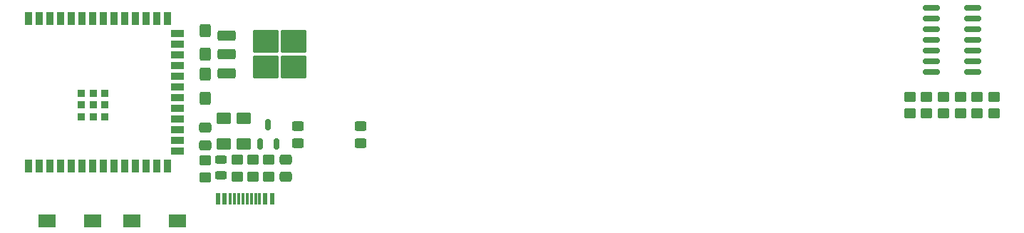
<source format=gtp>
G04 #@! TF.GenerationSoftware,KiCad,Pcbnew,8.0.4*
G04 #@! TF.CreationDate,2024-11-10T20:41:49+01:00*
G04 #@! TF.ProjectId,SchrackMulticlock,53636872-6163-46b4-9d75-6c7469636c6f,v0.0.4*
G04 #@! TF.SameCoordinates,Original*
G04 #@! TF.FileFunction,Paste,Top*
G04 #@! TF.FilePolarity,Positive*
%FSLAX46Y46*%
G04 Gerber Fmt 4.6, Leading zero omitted, Abs format (unit mm)*
G04 Created by KiCad (PCBNEW 8.0.4) date 2024-11-10 20:41:49*
%MOMM*%
%LPD*%
G01*
G04 APERTURE LIST*
G04 Aperture macros list*
%AMRoundRect*
0 Rectangle with rounded corners*
0 $1 Rounding radius*
0 $2 $3 $4 $5 $6 $7 $8 $9 X,Y pos of 4 corners*
0 Add a 4 corners polygon primitive as box body*
4,1,4,$2,$3,$4,$5,$6,$7,$8,$9,$2,$3,0*
0 Add four circle primitives for the rounded corners*
1,1,$1+$1,$2,$3*
1,1,$1+$1,$4,$5*
1,1,$1+$1,$6,$7*
1,1,$1+$1,$8,$9*
0 Add four rect primitives between the rounded corners*
20,1,$1+$1,$2,$3,$4,$5,0*
20,1,$1+$1,$4,$5,$6,$7,0*
20,1,$1+$1,$6,$7,$8,$9,0*
20,1,$1+$1,$8,$9,$2,$3,0*%
G04 Aperture macros list end*
%ADD10RoundRect,0.243750X-0.456250X0.243750X-0.456250X-0.243750X0.456250X-0.243750X0.456250X0.243750X0*%
%ADD11RoundRect,0.250001X-0.624999X0.462499X-0.624999X-0.462499X0.624999X-0.462499X0.624999X0.462499X0*%
%ADD12RoundRect,0.250000X0.450000X-0.325000X0.450000X0.325000X-0.450000X0.325000X-0.450000X-0.325000X0*%
%ADD13R,2.000000X1.600000*%
%ADD14R,0.600000X1.320000*%
%ADD15R,0.300000X1.320000*%
%ADD16RoundRect,0.250000X-0.450000X0.350000X-0.450000X-0.350000X0.450000X-0.350000X0.450000X0.350000X0*%
%ADD17RoundRect,0.250000X-0.475000X0.337500X-0.475000X-0.337500X0.475000X-0.337500X0.475000X0.337500X0*%
%ADD18R,0.900000X1.500000*%
%ADD19R,1.500000X0.900000*%
%ADD20R,0.900000X0.900000*%
%ADD21RoundRect,0.150000X0.150000X-0.512500X0.150000X0.512500X-0.150000X0.512500X-0.150000X-0.512500X0*%
%ADD22RoundRect,0.250000X0.450000X-0.350000X0.450000X0.350000X-0.450000X0.350000X-0.450000X-0.350000X0*%
%ADD23RoundRect,0.250000X-0.850000X-0.350000X0.850000X-0.350000X0.850000X0.350000X-0.850000X0.350000X0*%
%ADD24RoundRect,0.250000X-1.275000X-1.125000X1.275000X-1.125000X1.275000X1.125000X-1.275000X1.125000X0*%
%ADD25RoundRect,0.250000X0.475000X-0.337500X0.475000X0.337500X-0.475000X0.337500X-0.475000X-0.337500X0*%
%ADD26RoundRect,0.250000X-0.425000X0.537500X-0.425000X-0.537500X0.425000X-0.537500X0.425000X0.537500X0*%
%ADD27RoundRect,0.250000X0.425000X-0.537500X0.425000X0.537500X-0.425000X0.537500X-0.425000X-0.537500X0*%
%ADD28RoundRect,0.150000X0.825000X0.150000X-0.825000X0.150000X-0.825000X-0.150000X0.825000X-0.150000X0*%
G04 APERTURE END LIST*
D10*
X153470000Y-107342500D03*
X153470000Y-109217500D03*
D11*
X153820000Y-102442500D03*
X153820000Y-105417500D03*
D12*
X162570000Y-105355000D03*
X162570000Y-103305000D03*
D13*
X138232500Y-114580000D03*
X132832500Y-114580000D03*
D14*
X153120000Y-111990000D03*
X153920000Y-111990000D03*
D15*
X155070000Y-111990000D03*
X156070000Y-111990000D03*
X156570000Y-111990000D03*
X157570000Y-111990000D03*
D14*
X159520000Y-111990000D03*
X158720000Y-111990000D03*
D15*
X158070000Y-111990000D03*
X157070000Y-111990000D03*
X155570000Y-111990000D03*
X154570000Y-111990000D03*
D16*
X237320000Y-99830000D03*
X237320000Y-101830000D03*
D17*
X161170000Y-107292500D03*
X161170000Y-109367500D03*
D16*
X245320000Y-99830000D03*
X245320000Y-101830000D03*
X235320000Y-99830000D03*
X235320000Y-101830000D03*
X243320000Y-99830000D03*
X243320000Y-101830000D03*
D13*
X142870000Y-114580000D03*
X148270000Y-114580000D03*
D18*
X130560000Y-108080000D03*
X131830000Y-108080000D03*
X133100000Y-108080000D03*
X134370000Y-108080000D03*
X135640000Y-108080000D03*
X136910000Y-108080000D03*
X138180000Y-108080000D03*
X139450000Y-108080000D03*
X140720000Y-108080000D03*
X141990000Y-108080000D03*
X143260000Y-108080000D03*
X144530000Y-108080000D03*
X145800000Y-108080000D03*
X147070000Y-108080000D03*
D19*
X148320000Y-106315000D03*
X148320000Y-105045000D03*
X148320000Y-103775000D03*
X148320000Y-102505000D03*
X148320000Y-101235000D03*
X148320000Y-99965000D03*
X148320000Y-98695000D03*
X148320000Y-97425000D03*
X148320000Y-96155000D03*
X148320000Y-94885000D03*
X148320000Y-93615000D03*
X148320000Y-92345000D03*
D18*
X147070000Y-90580000D03*
X145800000Y-90580000D03*
X144530000Y-90580000D03*
X143260000Y-90580000D03*
X141990000Y-90580000D03*
X140720000Y-90580000D03*
X139450000Y-90580000D03*
X138180000Y-90580000D03*
X136910000Y-90580000D03*
X135640000Y-90580000D03*
X134370000Y-90580000D03*
X133100000Y-90580000D03*
X131830000Y-90580000D03*
X130560000Y-90580000D03*
D20*
X136880000Y-102230000D03*
X138280000Y-102230000D03*
X139680000Y-102230000D03*
X139680000Y-102230000D03*
X136880000Y-100830000D03*
X136880000Y-100830000D03*
X138280000Y-100830000D03*
X139680000Y-100830000D03*
X136880000Y-99430000D03*
X138280000Y-99430000D03*
X139680000Y-99430000D03*
D21*
X158120000Y-105467500D03*
X160020000Y-105467500D03*
X159070000Y-103192500D03*
D22*
X159170000Y-109330000D03*
X159170000Y-107330000D03*
X155370000Y-109330000D03*
X155370000Y-107330000D03*
D23*
X154132500Y-92550000D03*
X154132500Y-94830000D03*
D24*
X158757500Y-93305000D03*
X158757500Y-96355000D03*
X162107500Y-93305000D03*
X162107500Y-96355000D03*
D23*
X154132500Y-97110000D03*
D16*
X239300000Y-99830000D03*
X239300000Y-101830000D03*
X151570000Y-107400000D03*
X151570000Y-109400000D03*
D11*
X156170000Y-102442500D03*
X156170000Y-105417500D03*
D16*
X241320000Y-99830000D03*
X241320000Y-101830000D03*
D22*
X157270000Y-109330000D03*
X157270000Y-107330000D03*
D12*
X170070000Y-105355000D03*
X170070000Y-103305000D03*
D25*
X151570000Y-105617500D03*
X151570000Y-103542500D03*
D26*
X151570000Y-97142500D03*
X151570000Y-100017500D03*
D27*
X151570000Y-94830000D03*
X151570000Y-91955000D03*
D28*
X242795000Y-96890000D03*
X242795000Y-95620000D03*
X242795000Y-94350000D03*
X242795000Y-93080000D03*
X242795000Y-91810000D03*
X242795000Y-90540000D03*
X242795000Y-89270000D03*
X237845000Y-89270000D03*
X237845000Y-90540000D03*
X237845000Y-91810000D03*
X237845000Y-93080000D03*
X237845000Y-94350000D03*
X237845000Y-95620000D03*
X237845000Y-96890000D03*
M02*

</source>
